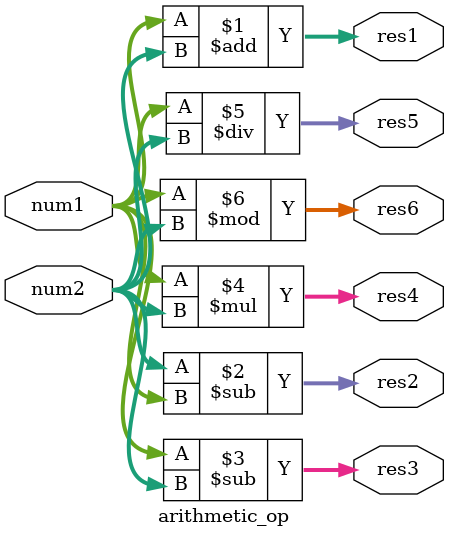
<source format=v>
`timescale 1ns / 1ps


module arithmetic_op(num1, num2, res1, res2, res3, res4, res5, res6);

input [11:0] num1;
input [11:0] num2;

output [11:0] res1;
output [11:0] res2;
output [11:0] res3;
output [23:0] res4;
output [11:0] res5;
output [11:0] res6;

// addition
assign res1 = num1 + num2;

// substraction
assign res2 = num2 - num1;
assign res3 = num1 - num2;

// multiplication
assign res4 = num1 * num2;

// division
assign res5 = num1 / num2;

// modulus
assign res6 = num1 % num2;

endmodule

</source>
